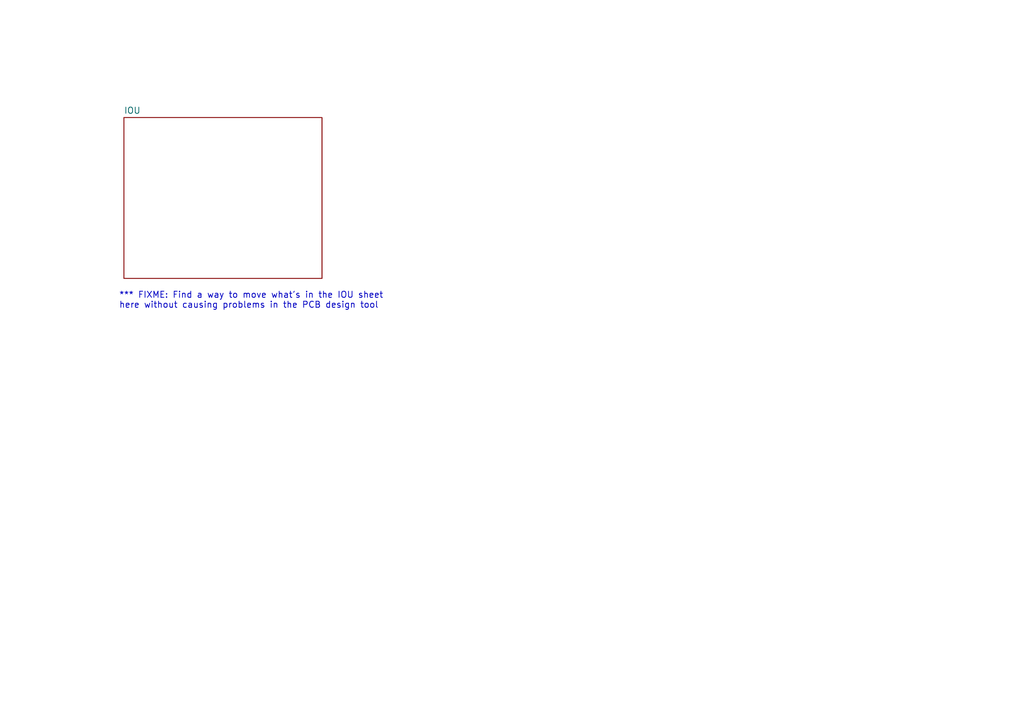
<source format=kicad_sch>
(kicad_sch
	(version 20231120)
	(generator "eeschema")
	(generator_version "8.0")
	(uuid "55069440-6249-4c38-b942-beed3e8959d4")
	(paper "A5")
	(title_block
		(title "Apple IIe IOU Replacement")
		(date "2024-12-10")
		(rev "0.90")
		(company "Frozen Signal")
	)
	(lib_symbols)
	(text "*** FIXME: Find a way to move what's in the IOU sheet\nhere without causing problems in the PCB design tool"
		(exclude_from_sim no)
		(at 24.384 61.722 0)
		(effects
			(font
				(size 1.27 1.27)
			)
			(justify left)
		)
		(uuid "070d7aad-9b01-4d30-a691-4ac8c74fd55d")
	)
	(sheet
		(at 25.4 24.13)
		(size 40.64 33.02)
		(fields_autoplaced yes)
		(stroke
			(width 0.1524)
			(type solid)
		)
		(fill
			(color 0 0 0 0.0000)
		)
		(uuid "bb58d5d7-bdcb-43fe-8609-a447d85cbde6")
		(property "Sheetname" "IOU"
			(at 25.4 23.4184 0)
			(effects
				(font
					(size 1.27 1.27)
				)
				(justify left bottom)
			)
		)
		(property "Sheetfile" "iou.kicad_sch"
			(at 25.4 57.7346 0)
			(effects
				(font
					(size 1.27 1.27)
				)
				(justify left top)
				(hide yes)
			)
		)
		(instances
			(project "IOU_3V3"
				(path "/55069440-6249-4c38-b942-beed3e8959d4"
					(page "2")
				)
			)
		)
	)
	(sheet_instances
		(path "/"
			(page "1")
		)
	)
)

</source>
